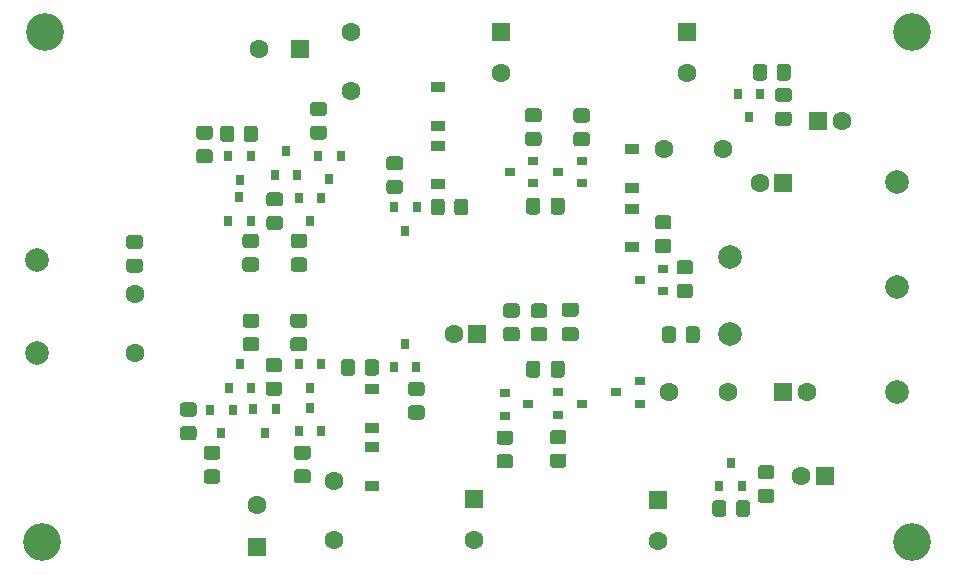
<source format=gbr>
G04 #@! TF.GenerationSoftware,KiCad,Pcbnew,(5.1.8-0-10_14)*
G04 #@! TF.CreationDate,2020-12-23T19:49:06+01:00*
G04 #@! TF.ProjectId,pre-amp-discret,7072652d-616d-4702-9d64-697363726574,rev?*
G04 #@! TF.SameCoordinates,Original*
G04 #@! TF.FileFunction,Soldermask,Top*
G04 #@! TF.FilePolarity,Negative*
%FSLAX46Y46*%
G04 Gerber Fmt 4.6, Leading zero omitted, Abs format (unit mm)*
G04 Created by KiCad (PCBNEW (5.1.8-0-10_14)) date 2020-12-23 19:49:06*
%MOMM*%
%LPD*%
G01*
G04 APERTURE LIST*
%ADD10R,0.800000X0.900000*%
%ADD11C,1.600000*%
%ADD12R,1.600000X1.600000*%
%ADD13R,0.900000X0.800000*%
%ADD14R,1.200000X0.900000*%
%ADD15C,2.000000*%
%ADD16C,3.200000*%
G04 APERTURE END LIST*
G36*
G01*
X139961199Y-137331400D02*
X140861201Y-137331400D01*
G75*
G02*
X141111200Y-137581399I0J-249999D01*
G01*
X141111200Y-138281401D01*
G75*
G02*
X140861201Y-138531400I-249999J0D01*
G01*
X139961199Y-138531400D01*
G75*
G02*
X139711200Y-138281401I0J249999D01*
G01*
X139711200Y-137581399D01*
G75*
G02*
X139961199Y-137331400I249999J0D01*
G01*
G37*
G36*
G01*
X139961199Y-135331400D02*
X140861201Y-135331400D01*
G75*
G02*
X141111200Y-135581399I0J-249999D01*
G01*
X141111200Y-136281401D01*
G75*
G02*
X140861201Y-136531400I-249999J0D01*
G01*
X139961199Y-136531400D01*
G75*
G02*
X139711200Y-136281401I0J249999D01*
G01*
X139711200Y-135581399D01*
G75*
G02*
X139961199Y-135331400I249999J0D01*
G01*
G37*
G36*
G01*
X145193599Y-129898600D02*
X146093601Y-129898600D01*
G75*
G02*
X146343600Y-130148599I0J-249999D01*
G01*
X146343600Y-130848601D01*
G75*
G02*
X146093601Y-131098600I-249999J0D01*
G01*
X145193599Y-131098600D01*
G75*
G02*
X144943600Y-130848601I0J249999D01*
G01*
X144943600Y-130148599D01*
G75*
G02*
X145193599Y-129898600I249999J0D01*
G01*
G37*
G36*
G01*
X145193599Y-127898600D02*
X146093601Y-127898600D01*
G75*
G02*
X146343600Y-128148599I0J-249999D01*
G01*
X146343600Y-128848601D01*
G75*
G02*
X146093601Y-129098600I-249999J0D01*
G01*
X145193599Y-129098600D01*
G75*
G02*
X144943600Y-128848601I0J249999D01*
G01*
X144943600Y-128148599D01*
G75*
G02*
X145193599Y-127898600I249999J0D01*
G01*
G37*
G36*
G01*
X145269799Y-115868400D02*
X146169801Y-115868400D01*
G75*
G02*
X146419800Y-116118399I0J-249999D01*
G01*
X146419800Y-116818401D01*
G75*
G02*
X146169801Y-117068400I-249999J0D01*
G01*
X145269799Y-117068400D01*
G75*
G02*
X145019800Y-116818401I0J249999D01*
G01*
X145019800Y-116118399D01*
G75*
G02*
X145269799Y-115868400I249999J0D01*
G01*
G37*
G36*
G01*
X145269799Y-113868400D02*
X146169801Y-113868400D01*
G75*
G02*
X146419800Y-114118399I0J-249999D01*
G01*
X146419800Y-114818401D01*
G75*
G02*
X146169801Y-115068400I-249999J0D01*
G01*
X145269799Y-115068400D01*
G75*
G02*
X145019800Y-114818401I0J249999D01*
G01*
X145019800Y-114118399D01*
G75*
G02*
X145269799Y-113868400I249999J0D01*
G01*
G37*
G36*
G01*
X143097200Y-109365201D02*
X143097200Y-108465199D01*
G75*
G02*
X143347199Y-108215200I249999J0D01*
G01*
X144047201Y-108215200D01*
G75*
G02*
X144297200Y-108465199I0J-249999D01*
G01*
X144297200Y-109365201D01*
G75*
G02*
X144047201Y-109615200I-249999J0D01*
G01*
X143347199Y-109615200D01*
G75*
G02*
X143097200Y-109365201I0J249999D01*
G01*
G37*
G36*
G01*
X141097200Y-109365201D02*
X141097200Y-108465199D01*
G75*
G02*
X141347199Y-108215200I249999J0D01*
G01*
X142047201Y-108215200D01*
G75*
G02*
X142297200Y-108465199I0J-249999D01*
G01*
X142297200Y-109365201D01*
G75*
G02*
X142047201Y-109615200I-249999J0D01*
G01*
X141347199Y-109615200D01*
G75*
G02*
X141097200Y-109365201I0J249999D01*
G01*
G37*
D10*
X144871400Y-134232400D03*
X143921400Y-132232400D03*
X145821400Y-132232400D03*
X146669800Y-110395000D03*
X147619800Y-112395000D03*
X145719800Y-112395000D03*
G36*
G01*
X187775001Y-138173000D02*
X186874999Y-138173000D01*
G75*
G02*
X186625000Y-137923001I0J249999D01*
G01*
X186625000Y-137222999D01*
G75*
G02*
X186874999Y-136973000I249999J0D01*
G01*
X187775001Y-136973000D01*
G75*
G02*
X188025000Y-137222999I0J-249999D01*
G01*
X188025000Y-137923001D01*
G75*
G02*
X187775001Y-138173000I-249999J0D01*
G01*
G37*
G36*
G01*
X187775001Y-140173000D02*
X186874999Y-140173000D01*
G75*
G02*
X186625000Y-139923001I0J249999D01*
G01*
X186625000Y-139222999D01*
G75*
G02*
X186874999Y-138973000I249999J0D01*
G01*
X187775001Y-138973000D01*
G75*
G02*
X188025000Y-139222999I0J-249999D01*
G01*
X188025000Y-139923001D01*
G75*
G02*
X187775001Y-140173000I-249999J0D01*
G01*
G37*
D11*
X162560000Y-143301600D03*
D12*
X162560000Y-139801600D03*
D11*
X164922200Y-103779200D03*
D12*
X164922200Y-100279200D03*
G36*
G01*
X137954599Y-133664400D02*
X138854601Y-133664400D01*
G75*
G02*
X139104600Y-133914399I0J-249999D01*
G01*
X139104600Y-134614401D01*
G75*
G02*
X138854601Y-134864400I-249999J0D01*
G01*
X137954599Y-134864400D01*
G75*
G02*
X137704600Y-134614401I0J249999D01*
G01*
X137704600Y-133914399D01*
G75*
G02*
X137954599Y-133664400I249999J0D01*
G01*
G37*
G36*
G01*
X137954599Y-131664400D02*
X138854601Y-131664400D01*
G75*
G02*
X139104600Y-131914399I0J-249999D01*
G01*
X139104600Y-132614401D01*
G75*
G02*
X138854601Y-132864400I-249999J0D01*
G01*
X137954599Y-132864400D01*
G75*
G02*
X137704600Y-132614401I0J249999D01*
G01*
X137704600Y-131914399D01*
G75*
G02*
X137954599Y-131664400I249999J0D01*
G01*
G37*
D11*
X160864800Y-125882400D03*
D12*
X162864800Y-125882400D03*
D13*
X165614600Y-112130800D03*
X167614600Y-111180800D03*
X167614600Y-113080800D03*
G36*
G01*
X179702000Y-125470499D02*
X179702000Y-126370501D01*
G75*
G02*
X179452001Y-126620500I-249999J0D01*
G01*
X178751999Y-126620500D01*
G75*
G02*
X178502000Y-126370501I0J249999D01*
G01*
X178502000Y-125470499D01*
G75*
G02*
X178751999Y-125220500I249999J0D01*
G01*
X179452001Y-125220500D01*
G75*
G02*
X179702000Y-125470499I0J-249999D01*
G01*
G37*
G36*
G01*
X181702000Y-125470499D02*
X181702000Y-126370501D01*
G75*
G02*
X181452001Y-126620500I-249999J0D01*
G01*
X180751999Y-126620500D01*
G75*
G02*
X180502000Y-126370501I0J249999D01*
G01*
X180502000Y-125470499D01*
G75*
G02*
X180751999Y-125220500I249999J0D01*
G01*
X181452001Y-125220500D01*
G75*
G02*
X181702000Y-125470499I0J-249999D01*
G01*
G37*
G36*
G01*
X180891601Y-120824800D02*
X179991599Y-120824800D01*
G75*
G02*
X179741600Y-120574801I0J249999D01*
G01*
X179741600Y-119874799D01*
G75*
G02*
X179991599Y-119624800I249999J0D01*
G01*
X180891601Y-119624800D01*
G75*
G02*
X181141600Y-119874799I0J-249999D01*
G01*
X181141600Y-120574801D01*
G75*
G02*
X180891601Y-120824800I-249999J0D01*
G01*
G37*
G36*
G01*
X180891601Y-122824800D02*
X179991599Y-122824800D01*
G75*
G02*
X179741600Y-122574801I0J249999D01*
G01*
X179741600Y-121874799D01*
G75*
G02*
X179991599Y-121624800I249999J0D01*
G01*
X180891601Y-121624800D01*
G75*
G02*
X181141600Y-121874799I0J-249999D01*
G01*
X181141600Y-122574801D01*
G75*
G02*
X180891601Y-122824800I-249999J0D01*
G01*
G37*
G36*
G01*
X169272799Y-135994600D02*
X170172801Y-135994600D01*
G75*
G02*
X170422800Y-136244599I0J-249999D01*
G01*
X170422800Y-136944601D01*
G75*
G02*
X170172801Y-137194600I-249999J0D01*
G01*
X169272799Y-137194600D01*
G75*
G02*
X169022800Y-136944601I0J249999D01*
G01*
X169022800Y-136244599D01*
G75*
G02*
X169272799Y-135994600I249999J0D01*
G01*
G37*
G36*
G01*
X169272799Y-133994600D02*
X170172801Y-133994600D01*
G75*
G02*
X170422800Y-134244599I0J-249999D01*
G01*
X170422800Y-134944601D01*
G75*
G02*
X170172801Y-135194600I-249999J0D01*
G01*
X169272799Y-135194600D01*
G75*
G02*
X169022800Y-134944601I0J249999D01*
G01*
X169022800Y-134244599D01*
G75*
G02*
X169272799Y-133994600I249999J0D01*
G01*
G37*
G36*
G01*
X167164599Y-108747000D02*
X168064601Y-108747000D01*
G75*
G02*
X168314600Y-108996999I0J-249999D01*
G01*
X168314600Y-109697001D01*
G75*
G02*
X168064601Y-109947000I-249999J0D01*
G01*
X167164599Y-109947000D01*
G75*
G02*
X166914600Y-109697001I0J249999D01*
G01*
X166914600Y-108996999D01*
G75*
G02*
X167164599Y-108747000I249999J0D01*
G01*
G37*
G36*
G01*
X167164599Y-106747000D02*
X168064601Y-106747000D01*
G75*
G02*
X168314600Y-106996999I0J-249999D01*
G01*
X168314600Y-107697001D01*
G75*
G02*
X168064601Y-107947000I-249999J0D01*
G01*
X167164599Y-107947000D01*
G75*
G02*
X166914600Y-107697001I0J249999D01*
G01*
X166914600Y-106996999D01*
G75*
G02*
X167164599Y-106747000I249999J0D01*
G01*
G37*
G36*
G01*
X153333400Y-129151801D02*
X153333400Y-128251799D01*
G75*
G02*
X153583399Y-128001800I249999J0D01*
G01*
X154283401Y-128001800D01*
G75*
G02*
X154533400Y-128251799I0J-249999D01*
G01*
X154533400Y-129151801D01*
G75*
G02*
X154283401Y-129401800I-249999J0D01*
G01*
X153583399Y-129401800D01*
G75*
G02*
X153333400Y-129151801I0J249999D01*
G01*
G37*
G36*
G01*
X151333400Y-129151801D02*
X151333400Y-128251799D01*
G75*
G02*
X151583399Y-128001800I249999J0D01*
G01*
X152283401Y-128001800D01*
G75*
G02*
X152533400Y-128251799I0J-249999D01*
G01*
X152533400Y-129151801D01*
G75*
G02*
X152283401Y-129401800I-249999J0D01*
G01*
X151583399Y-129401800D01*
G75*
G02*
X151333400Y-129151801I0J249999D01*
G01*
G37*
G36*
G01*
X147327199Y-119383000D02*
X148227201Y-119383000D01*
G75*
G02*
X148477200Y-119632999I0J-249999D01*
G01*
X148477200Y-120333001D01*
G75*
G02*
X148227201Y-120583000I-249999J0D01*
G01*
X147327199Y-120583000D01*
G75*
G02*
X147077200Y-120333001I0J249999D01*
G01*
X147077200Y-119632999D01*
G75*
G02*
X147327199Y-119383000I249999J0D01*
G01*
G37*
G36*
G01*
X147327199Y-117383000D02*
X148227201Y-117383000D01*
G75*
G02*
X148477200Y-117632999I0J-249999D01*
G01*
X148477200Y-118333001D01*
G75*
G02*
X148227201Y-118583000I-249999J0D01*
G01*
X147327199Y-118583000D01*
G75*
G02*
X147077200Y-118333001I0J249999D01*
G01*
X147077200Y-117632999D01*
G75*
G02*
X147327199Y-117383000I249999J0D01*
G01*
G37*
G36*
G01*
X148978199Y-108213600D02*
X149878201Y-108213600D01*
G75*
G02*
X150128200Y-108463599I0J-249999D01*
G01*
X150128200Y-109163601D01*
G75*
G02*
X149878201Y-109413600I-249999J0D01*
G01*
X148978199Y-109413600D01*
G75*
G02*
X148728200Y-109163601I0J249999D01*
G01*
X148728200Y-108463599D01*
G75*
G02*
X148978199Y-108213600I249999J0D01*
G01*
G37*
G36*
G01*
X148978199Y-106213600D02*
X149878201Y-106213600D01*
G75*
G02*
X150128200Y-106463599I0J-249999D01*
G01*
X150128200Y-107163601D01*
G75*
G02*
X149878201Y-107413600I-249999J0D01*
G01*
X148978199Y-107413600D01*
G75*
G02*
X148728200Y-107163601I0J249999D01*
G01*
X148728200Y-106463599D01*
G75*
G02*
X148978199Y-106213600I249999J0D01*
G01*
G37*
G36*
G01*
X157258599Y-131905200D02*
X158158601Y-131905200D01*
G75*
G02*
X158408600Y-132155199I0J-249999D01*
G01*
X158408600Y-132855201D01*
G75*
G02*
X158158601Y-133105200I-249999J0D01*
G01*
X157258599Y-133105200D01*
G75*
G02*
X157008600Y-132855201I0J249999D01*
G01*
X157008600Y-132155199D01*
G75*
G02*
X157258599Y-131905200I249999J0D01*
G01*
G37*
G36*
G01*
X157258599Y-129905200D02*
X158158601Y-129905200D01*
G75*
G02*
X158408600Y-130155199I0J-249999D01*
G01*
X158408600Y-130855201D01*
G75*
G02*
X158158601Y-131105200I-249999J0D01*
G01*
X157258599Y-131105200D01*
G75*
G02*
X157008600Y-130855201I0J249999D01*
G01*
X157008600Y-130155199D01*
G75*
G02*
X157258599Y-129905200I249999J0D01*
G01*
G37*
G36*
G01*
X143237799Y-119383000D02*
X144137801Y-119383000D01*
G75*
G02*
X144387800Y-119632999I0J-249999D01*
G01*
X144387800Y-120333001D01*
G75*
G02*
X144137801Y-120583000I-249999J0D01*
G01*
X143237799Y-120583000D01*
G75*
G02*
X142987800Y-120333001I0J249999D01*
G01*
X142987800Y-119632999D01*
G75*
G02*
X143237799Y-119383000I249999J0D01*
G01*
G37*
G36*
G01*
X143237799Y-117383000D02*
X144137801Y-117383000D01*
G75*
G02*
X144387800Y-117632999I0J-249999D01*
G01*
X144387800Y-118333001D01*
G75*
G02*
X144137801Y-118583000I-249999J0D01*
G01*
X143237799Y-118583000D01*
G75*
G02*
X142987800Y-118333001I0J249999D01*
G01*
X142987800Y-117632999D01*
G75*
G02*
X143237799Y-117383000I249999J0D01*
G01*
G37*
G36*
G01*
X139326199Y-110220200D02*
X140226201Y-110220200D01*
G75*
G02*
X140476200Y-110470199I0J-249999D01*
G01*
X140476200Y-111170201D01*
G75*
G02*
X140226201Y-111420200I-249999J0D01*
G01*
X139326199Y-111420200D01*
G75*
G02*
X139076200Y-111170201I0J249999D01*
G01*
X139076200Y-110470199D01*
G75*
G02*
X139326199Y-110220200I249999J0D01*
G01*
G37*
G36*
G01*
X139326199Y-108220200D02*
X140226201Y-108220200D01*
G75*
G02*
X140476200Y-108470199I0J-249999D01*
G01*
X140476200Y-109170201D01*
G75*
G02*
X140226201Y-109420200I-249999J0D01*
G01*
X139326199Y-109420200D01*
G75*
G02*
X139076200Y-109170201I0J249999D01*
G01*
X139076200Y-108470199D01*
G75*
G02*
X139326199Y-108220200I249999J0D01*
G01*
G37*
D10*
X148701800Y-116325400D03*
X147751800Y-114325400D03*
X149651800Y-114325400D03*
X150342600Y-112776000D03*
X149392600Y-110776000D03*
X151292600Y-110776000D03*
X156743400Y-126695200D03*
X157693400Y-128695200D03*
X155793400Y-128695200D03*
X142748000Y-112794800D03*
X141798000Y-110794800D03*
X143698000Y-110794800D03*
X142737800Y-114300000D03*
X143687800Y-116300000D03*
X141787800Y-116300000D03*
D14*
X175971200Y-115240800D03*
X175971200Y-118540800D03*
X175971200Y-110212600D03*
X175971200Y-113512600D03*
X153924000Y-135458200D03*
X153924000Y-138758200D03*
X153924000Y-130557000D03*
X153924000Y-133857000D03*
G36*
G01*
X168184500Y-114561600D02*
X168184500Y-115511600D01*
G75*
G02*
X167934500Y-115761600I-250000J0D01*
G01*
X167259500Y-115761600D01*
G75*
G02*
X167009500Y-115511600I0J250000D01*
G01*
X167009500Y-114561600D01*
G75*
G02*
X167259500Y-114311600I250000J0D01*
G01*
X167934500Y-114311600D01*
G75*
G02*
X168184500Y-114561600I0J-250000D01*
G01*
G37*
G36*
G01*
X170259500Y-114561600D02*
X170259500Y-115511600D01*
G75*
G02*
X170009500Y-115761600I-250000J0D01*
G01*
X169334500Y-115761600D01*
G75*
G02*
X169084500Y-115511600I0J250000D01*
G01*
X169084500Y-114561600D01*
G75*
G02*
X169334500Y-114311600I250000J0D01*
G01*
X170009500Y-114311600D01*
G75*
G02*
X170259500Y-114561600I0J-250000D01*
G01*
G37*
D11*
X144246600Y-140365600D03*
D12*
X144246600Y-143865600D03*
D11*
X144404200Y-101727000D03*
D12*
X147904200Y-101727000D03*
D11*
X178181000Y-143433800D03*
D12*
X178181000Y-139933800D03*
D11*
X180594000Y-103766500D03*
D12*
X180594000Y-100266500D03*
D11*
X190322200Y-137896600D03*
D12*
X192322200Y-137896600D03*
D11*
X190754000Y-130810000D03*
D12*
X188754000Y-130810000D03*
D11*
X193719200Y-107848400D03*
D12*
X191719200Y-107848400D03*
D11*
X186798200Y-113055400D03*
D12*
X188798200Y-113055400D03*
G36*
G01*
X183969200Y-140189799D02*
X183969200Y-141089801D01*
G75*
G02*
X183719201Y-141339800I-249999J0D01*
G01*
X183019199Y-141339800D01*
G75*
G02*
X182769200Y-141089801I0J249999D01*
G01*
X182769200Y-140189799D01*
G75*
G02*
X183019199Y-139939800I249999J0D01*
G01*
X183719201Y-139939800D01*
G75*
G02*
X183969200Y-140189799I0J-249999D01*
G01*
G37*
G36*
G01*
X185969200Y-140189799D02*
X185969200Y-141089801D01*
G75*
G02*
X185719201Y-141339800I-249999J0D01*
G01*
X185019199Y-141339800D01*
G75*
G02*
X184769200Y-141089801I0J249999D01*
G01*
X184769200Y-140189799D01*
G75*
G02*
X185019199Y-139939800I249999J0D01*
G01*
X185719201Y-139939800D01*
G75*
G02*
X185969200Y-140189799I0J-249999D01*
G01*
G37*
G36*
G01*
X187417000Y-103258199D02*
X187417000Y-104158201D01*
G75*
G02*
X187167001Y-104408200I-249999J0D01*
G01*
X186466999Y-104408200D01*
G75*
G02*
X186217000Y-104158201I0J249999D01*
G01*
X186217000Y-103258199D01*
G75*
G02*
X186466999Y-103008200I249999J0D01*
G01*
X187167001Y-103008200D01*
G75*
G02*
X187417000Y-103258199I0J-249999D01*
G01*
G37*
G36*
G01*
X189417000Y-103258199D02*
X189417000Y-104158201D01*
G75*
G02*
X189167001Y-104408200I-249999J0D01*
G01*
X188466999Y-104408200D01*
G75*
G02*
X188217000Y-104158201I0J249999D01*
G01*
X188217000Y-103258199D01*
G75*
G02*
X188466999Y-103008200I249999J0D01*
G01*
X189167001Y-103008200D01*
G75*
G02*
X189417000Y-103258199I0J-249999D01*
G01*
G37*
G36*
G01*
X188348199Y-107038600D02*
X189248201Y-107038600D01*
G75*
G02*
X189498200Y-107288599I0J-249999D01*
G01*
X189498200Y-107988601D01*
G75*
G02*
X189248201Y-108238600I-249999J0D01*
G01*
X188348199Y-108238600D01*
G75*
G02*
X188098200Y-107988601I0J249999D01*
G01*
X188098200Y-107288599D01*
G75*
G02*
X188348199Y-107038600I249999J0D01*
G01*
G37*
G36*
G01*
X188348199Y-105038600D02*
X189248201Y-105038600D01*
G75*
G02*
X189498200Y-105288599I0J-249999D01*
G01*
X189498200Y-105988601D01*
G75*
G02*
X189248201Y-106238600I-249999J0D01*
G01*
X188348199Y-106238600D01*
G75*
G02*
X188098200Y-105988601I0J249999D01*
G01*
X188098200Y-105288599D01*
G75*
G02*
X188348199Y-105038600I249999J0D01*
G01*
G37*
D11*
X150774400Y-138328400D03*
X150774400Y-143328400D03*
X152222200Y-100304600D03*
X152222200Y-105304600D03*
X184133500Y-130810000D03*
X179133500Y-130810000D03*
X178642000Y-110210600D03*
X183642000Y-110210600D03*
D15*
X184302400Y-119354600D03*
X184251600Y-125907800D03*
X198374000Y-121920000D03*
X125603000Y-127508000D03*
X198374000Y-130810000D03*
X125603000Y-119634000D03*
X198374000Y-113030000D03*
D10*
X148706800Y-132112000D03*
X149656800Y-134112000D03*
X147756800Y-134112000D03*
D13*
X174657000Y-130807500D03*
X176657000Y-129857500D03*
X176657000Y-131757500D03*
G36*
G01*
X155429799Y-112820400D02*
X156329801Y-112820400D01*
G75*
G02*
X156579800Y-113070399I0J-249999D01*
G01*
X156579800Y-113770401D01*
G75*
G02*
X156329801Y-114020400I-249999J0D01*
G01*
X155429799Y-114020400D01*
G75*
G02*
X155179800Y-113770401I0J249999D01*
G01*
X155179800Y-113070399D01*
G75*
G02*
X155429799Y-112820400I249999J0D01*
G01*
G37*
G36*
G01*
X155429799Y-110820400D02*
X156329801Y-110820400D01*
G75*
G02*
X156579800Y-111070399I0J-249999D01*
G01*
X156579800Y-111770401D01*
G75*
G02*
X156329801Y-112020400I-249999J0D01*
G01*
X155429799Y-112020400D01*
G75*
G02*
X155179800Y-111770401I0J249999D01*
G01*
X155179800Y-111070399D01*
G75*
G02*
X155429799Y-110820400I249999J0D01*
G01*
G37*
G36*
G01*
X168184500Y-128366500D02*
X168184500Y-129316500D01*
G75*
G02*
X167934500Y-129566500I-250000J0D01*
G01*
X167259500Y-129566500D01*
G75*
G02*
X167009500Y-129316500I0J250000D01*
G01*
X167009500Y-128366500D01*
G75*
G02*
X167259500Y-128116500I250000J0D01*
G01*
X167934500Y-128116500D01*
G75*
G02*
X168184500Y-128366500I0J-250000D01*
G01*
G37*
G36*
G01*
X170259500Y-128366500D02*
X170259500Y-129316500D01*
G75*
G02*
X170009500Y-129566500I-250000J0D01*
G01*
X169334500Y-129566500D01*
G75*
G02*
X169084500Y-129316500I0J250000D01*
G01*
X169084500Y-128366500D01*
G75*
G02*
X169334500Y-128116500I250000J0D01*
G01*
X170009500Y-128116500D01*
G75*
G02*
X170259500Y-128366500I0J-250000D01*
G01*
G37*
G36*
G01*
X171213800Y-124394900D02*
X170263800Y-124394900D01*
G75*
G02*
X170013800Y-124144900I0J250000D01*
G01*
X170013800Y-123469900D01*
G75*
G02*
X170263800Y-123219900I250000J0D01*
G01*
X171213800Y-123219900D01*
G75*
G02*
X171463800Y-123469900I0J-250000D01*
G01*
X171463800Y-124144900D01*
G75*
G02*
X171213800Y-124394900I-250000J0D01*
G01*
G37*
G36*
G01*
X171213800Y-126469900D02*
X170263800Y-126469900D01*
G75*
G02*
X170013800Y-126219900I0J250000D01*
G01*
X170013800Y-125544900D01*
G75*
G02*
X170263800Y-125294900I250000J0D01*
G01*
X171213800Y-125294900D01*
G75*
G02*
X171463800Y-125544900I0J-250000D01*
G01*
X171463800Y-126219900D01*
G75*
G02*
X171213800Y-126469900I-250000J0D01*
G01*
G37*
X178625500Y-122232500D03*
X178625500Y-120332500D03*
X176625500Y-121282500D03*
G36*
G01*
X134308001Y-118675200D02*
X133407999Y-118675200D01*
G75*
G02*
X133158000Y-118425201I0J249999D01*
G01*
X133158000Y-117725199D01*
G75*
G02*
X133407999Y-117475200I249999J0D01*
G01*
X134308001Y-117475200D01*
G75*
G02*
X134558000Y-117725199I0J-249999D01*
G01*
X134558000Y-118425201D01*
G75*
G02*
X134308001Y-118675200I-249999J0D01*
G01*
G37*
G36*
G01*
X134308001Y-120675200D02*
X133407999Y-120675200D01*
G75*
G02*
X133158000Y-120425201I0J249999D01*
G01*
X133158000Y-119725199D01*
G75*
G02*
X133407999Y-119475200I249999J0D01*
G01*
X134308001Y-119475200D01*
G75*
G02*
X134558000Y-119725199I0J-249999D01*
G01*
X134558000Y-120425201D01*
G75*
G02*
X134308001Y-120675200I-249999J0D01*
G01*
G37*
G36*
G01*
X178162799Y-117814800D02*
X179062801Y-117814800D01*
G75*
G02*
X179312800Y-118064799I0J-249999D01*
G01*
X179312800Y-118764801D01*
G75*
G02*
X179062801Y-119014800I-249999J0D01*
G01*
X178162799Y-119014800D01*
G75*
G02*
X177912800Y-118764801I0J249999D01*
G01*
X177912800Y-118064799D01*
G75*
G02*
X178162799Y-117814800I249999J0D01*
G01*
G37*
G36*
G01*
X178162799Y-115814800D02*
X179062801Y-115814800D01*
G75*
G02*
X179312800Y-116064799I0J-249999D01*
G01*
X179312800Y-116764801D01*
G75*
G02*
X179062801Y-117014800I-249999J0D01*
G01*
X178162799Y-117014800D01*
G75*
G02*
X177912800Y-116764801I0J249999D01*
G01*
X177912800Y-116064799D01*
G75*
G02*
X178162799Y-115814800I249999J0D01*
G01*
G37*
G36*
G01*
X171253999Y-108772400D02*
X172154001Y-108772400D01*
G75*
G02*
X172404000Y-109022399I0J-249999D01*
G01*
X172404000Y-109722401D01*
G75*
G02*
X172154001Y-109972400I-249999J0D01*
G01*
X171253999Y-109972400D01*
G75*
G02*
X171004000Y-109722401I0J249999D01*
G01*
X171004000Y-109022399D01*
G75*
G02*
X171253999Y-108772400I249999J0D01*
G01*
G37*
G36*
G01*
X171253999Y-106772400D02*
X172154001Y-106772400D01*
G75*
G02*
X172404000Y-107022399I0J-249999D01*
G01*
X172404000Y-107722401D01*
G75*
G02*
X172154001Y-107972400I-249999J0D01*
G01*
X171253999Y-107972400D01*
G75*
G02*
X171004000Y-107722401I0J249999D01*
G01*
X171004000Y-107022399D01*
G75*
G02*
X171253999Y-106772400I249999J0D01*
G01*
G37*
G36*
G01*
X164751599Y-136045400D02*
X165651601Y-136045400D01*
G75*
G02*
X165901600Y-136295399I0J-249999D01*
G01*
X165901600Y-136995401D01*
G75*
G02*
X165651601Y-137245400I-249999J0D01*
G01*
X164751599Y-137245400D01*
G75*
G02*
X164501600Y-136995401I0J249999D01*
G01*
X164501600Y-136295399D01*
G75*
G02*
X164751599Y-136045400I249999J0D01*
G01*
G37*
G36*
G01*
X164751599Y-134045400D02*
X165651601Y-134045400D01*
G75*
G02*
X165901600Y-134295399I0J-249999D01*
G01*
X165901600Y-134995401D01*
G75*
G02*
X165651601Y-135245400I-249999J0D01*
G01*
X164751599Y-135245400D01*
G75*
G02*
X164501600Y-134995401I0J249999D01*
G01*
X164501600Y-134295399D01*
G75*
G02*
X164751599Y-134045400I249999J0D01*
G01*
G37*
G36*
G01*
X168547201Y-124482400D02*
X167647199Y-124482400D01*
G75*
G02*
X167397200Y-124232401I0J249999D01*
G01*
X167397200Y-123532399D01*
G75*
G02*
X167647199Y-123282400I249999J0D01*
G01*
X168547201Y-123282400D01*
G75*
G02*
X168797200Y-123532399I0J-249999D01*
G01*
X168797200Y-124232401D01*
G75*
G02*
X168547201Y-124482400I-249999J0D01*
G01*
G37*
G36*
G01*
X168547201Y-126482400D02*
X167647199Y-126482400D01*
G75*
G02*
X167397200Y-126232401I0J249999D01*
G01*
X167397200Y-125532399D01*
G75*
G02*
X167647199Y-125282400I249999J0D01*
G01*
X168547201Y-125282400D01*
G75*
G02*
X168797200Y-125532399I0J-249999D01*
G01*
X168797200Y-126232401D01*
G75*
G02*
X168547201Y-126482400I-249999J0D01*
G01*
G37*
G36*
G01*
X165310399Y-125282400D02*
X166210401Y-125282400D01*
G75*
G02*
X166460400Y-125532399I0J-249999D01*
G01*
X166460400Y-126232401D01*
G75*
G02*
X166210401Y-126482400I-249999J0D01*
G01*
X165310399Y-126482400D01*
G75*
G02*
X165060400Y-126232401I0J249999D01*
G01*
X165060400Y-125532399D01*
G75*
G02*
X165310399Y-125282400I249999J0D01*
G01*
G37*
G36*
G01*
X165310399Y-123282400D02*
X166210401Y-123282400D01*
G75*
G02*
X166460400Y-123532399I0J-249999D01*
G01*
X166460400Y-124232401D01*
G75*
G02*
X166210401Y-124482400I-249999J0D01*
G01*
X165310399Y-124482400D01*
G75*
G02*
X165060400Y-124232401I0J249999D01*
G01*
X165060400Y-123532399D01*
G75*
G02*
X165310399Y-123282400I249999J0D01*
G01*
G37*
G36*
G01*
X160928000Y-115562801D02*
X160928000Y-114662799D01*
G75*
G02*
X161177999Y-114412800I249999J0D01*
G01*
X161878001Y-114412800D01*
G75*
G02*
X162128000Y-114662799I0J-249999D01*
G01*
X162128000Y-115562801D01*
G75*
G02*
X161878001Y-115812800I-249999J0D01*
G01*
X161177999Y-115812800D01*
G75*
G02*
X160928000Y-115562801I0J249999D01*
G01*
G37*
G36*
G01*
X158928000Y-115562801D02*
X158928000Y-114662799D01*
G75*
G02*
X159177999Y-114412800I249999J0D01*
G01*
X159878001Y-114412800D01*
G75*
G02*
X160128000Y-114662799I0J-249999D01*
G01*
X160128000Y-115562801D01*
G75*
G02*
X159878001Y-115812800I-249999J0D01*
G01*
X159177999Y-115812800D01*
G75*
G02*
X158928000Y-115562801I0J249999D01*
G01*
G37*
G36*
G01*
X147606599Y-137315400D02*
X148506601Y-137315400D01*
G75*
G02*
X148756600Y-137565399I0J-249999D01*
G01*
X148756600Y-138265401D01*
G75*
G02*
X148506601Y-138515400I-249999J0D01*
G01*
X147606599Y-138515400D01*
G75*
G02*
X147356600Y-138265401I0J249999D01*
G01*
X147356600Y-137565399D01*
G75*
G02*
X147606599Y-137315400I249999J0D01*
G01*
G37*
G36*
G01*
X147606599Y-135315400D02*
X148506601Y-135315400D01*
G75*
G02*
X148756600Y-135565399I0J-249999D01*
G01*
X148756600Y-136265401D01*
G75*
G02*
X148506601Y-136515400I-249999J0D01*
G01*
X147606599Y-136515400D01*
G75*
G02*
X147356600Y-136265401I0J249999D01*
G01*
X147356600Y-135565399D01*
G75*
G02*
X147606599Y-135315400I249999J0D01*
G01*
G37*
G36*
G01*
X147301799Y-126139400D02*
X148201801Y-126139400D01*
G75*
G02*
X148451800Y-126389399I0J-249999D01*
G01*
X148451800Y-127089401D01*
G75*
G02*
X148201801Y-127339400I-249999J0D01*
G01*
X147301799Y-127339400D01*
G75*
G02*
X147051800Y-127089401I0J249999D01*
G01*
X147051800Y-126389399D01*
G75*
G02*
X147301799Y-126139400I249999J0D01*
G01*
G37*
G36*
G01*
X147301799Y-124139400D02*
X148201801Y-124139400D01*
G75*
G02*
X148451800Y-124389399I0J-249999D01*
G01*
X148451800Y-125089401D01*
G75*
G02*
X148201801Y-125339400I-249999J0D01*
G01*
X147301799Y-125339400D01*
G75*
G02*
X147051800Y-125089401I0J249999D01*
G01*
X147051800Y-124389399D01*
G75*
G02*
X147301799Y-124139400I249999J0D01*
G01*
G37*
G36*
G01*
X143263199Y-126139400D02*
X144163201Y-126139400D01*
G75*
G02*
X144413200Y-126389399I0J-249999D01*
G01*
X144413200Y-127089401D01*
G75*
G02*
X144163201Y-127339400I-249999J0D01*
G01*
X143263199Y-127339400D01*
G75*
G02*
X143013200Y-127089401I0J249999D01*
G01*
X143013200Y-126389399D01*
G75*
G02*
X143263199Y-126139400I249999J0D01*
G01*
G37*
G36*
G01*
X143263199Y-124139400D02*
X144163201Y-124139400D01*
G75*
G02*
X144413200Y-124389399I0J-249999D01*
G01*
X144413200Y-125089401D01*
G75*
G02*
X144163201Y-125339400I-249999J0D01*
G01*
X143263199Y-125339400D01*
G75*
G02*
X143013200Y-125089401I0J249999D01*
G01*
X143013200Y-124389399D01*
G75*
G02*
X143263199Y-124139400I249999J0D01*
G01*
G37*
D10*
X184327800Y-136753600D03*
X185277800Y-138753600D03*
X183377800Y-138753600D03*
X185862000Y-107511600D03*
X184912000Y-105511600D03*
X186812000Y-105511600D03*
D13*
X171735500Y-131760000D03*
X169735500Y-132710000D03*
X169735500Y-130810000D03*
X169704000Y-112130800D03*
X171704000Y-111180800D03*
X171704000Y-113080800D03*
X167195500Y-131826000D03*
X165195500Y-132776000D03*
X165195500Y-130876000D03*
D10*
X148717000Y-130422400D03*
X147767000Y-128422400D03*
X149667000Y-128422400D03*
X156794200Y-117119400D03*
X155844200Y-115119400D03*
X157744200Y-115119400D03*
X141198600Y-134264400D03*
X140248600Y-132264400D03*
X142148600Y-132264400D03*
X142763200Y-128403600D03*
X143713200Y-130403600D03*
X141813200Y-130403600D03*
D16*
X126238000Y-100330000D03*
X125984000Y-143510000D03*
X199644000Y-143510000D03*
X199644000Y-100330000D03*
D14*
X159537400Y-109906800D03*
X159537400Y-113206800D03*
X159537400Y-104980200D03*
X159537400Y-108280200D03*
D11*
X133858000Y-127491500D03*
X133858000Y-122491500D03*
M02*

</source>
